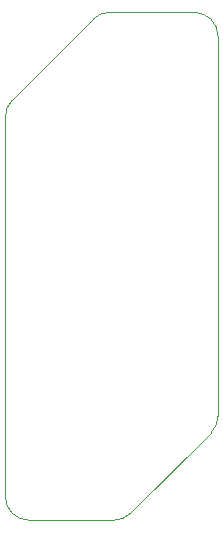
<source format=gm1>
G04*
G04 #@! TF.GenerationSoftware,Altium Limited,Altium Designer,19.1.9 (167)*
G04*
G04 Layer_Color=16711935*
%FSLAX25Y25*%
%MOIN*%
G70*
G01*
G75*
%ADD15C,0.00039*%
D15*
X36128Y20D02*
G03*
X41696Y2326I-0J7874D01*
G01*
X20Y7894D02*
G03*
X7894Y20I7874J-0D01*
G01*
X2326Y140121D02*
G03*
X20Y134553I5568J-5568D01*
G01*
X34777Y169311D02*
G03*
X29210Y167005I0J-7874D01*
G01*
X70886Y161437D02*
G03*
X63012Y169311I-7874J0D01*
G01*
X68580Y29210D02*
G03*
X70886Y34777I-5568J5568D01*
G01*
X41696Y2326D02*
X68580Y29210D01*
X7894Y20D02*
X36128D01*
X20Y7894D02*
Y134553D01*
X2326Y140121D02*
X29210Y167005D01*
X34777Y169311D02*
X63012D01*
X70886Y34777D02*
Y161437D01*
M02*

</source>
